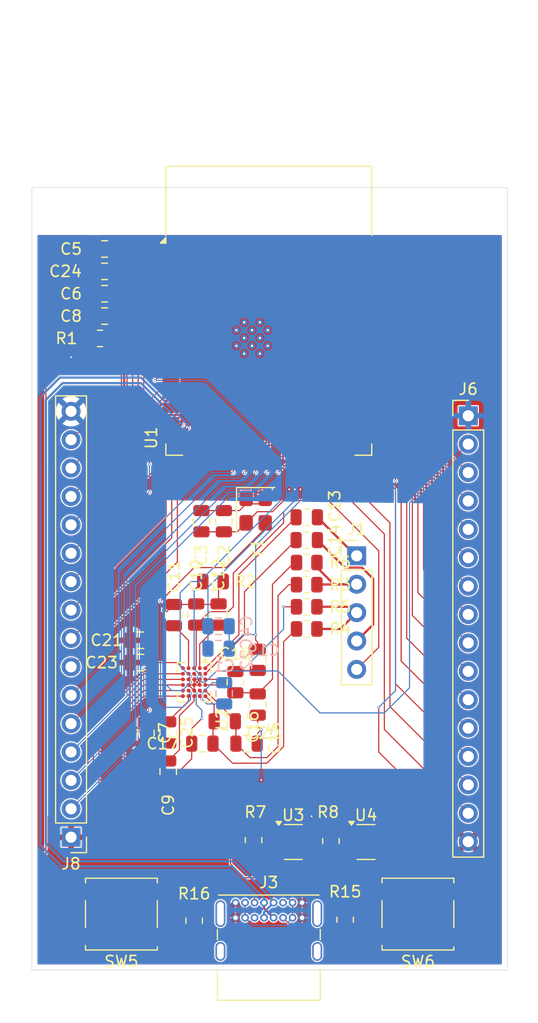
<source format=kicad_pcb>
(kicad_pcb (version 20241229) (generator "pcbnew") (generator_version "9.0")
  (layers (0 "F.Cu" signal) (2 "B.Cu" signal) (13 "F.Paste" user) (15 "B.Paste" user) (5 "F.SilkS" user "F.Silkscreen") (7 "B.SilkS" user "B.Silkscreen") (1 "F.Mask" user) (3 "B.Mask" user) (25 "Edge.Cuts" user))
  (net 0 "")
  (net 1 "Net-(U2-CAPN)")
  (net 2 "Net-(U2-CAPP)")
  (net 3 "+3V3")
  (net 4 "GND")
  (net 5 "RESET")
  (net 6 "Net-(U2-CPLL)")
  (net 7 "BIAS")
  (net 8 "Net-(U2-VREF)")
  (net 9 "Net-(U2-VBG)")
  (net 10 "DVRP")
  (net 11 "Net-(U2-DRVP)")
  (net 12 "DVRN")
  (net 13 "Net-(U2-DRVN)")
  (net 14 "Net-(U2-ECGP)")
  (net 15 "Net-(U2-ECGN)")
  (net 16 "Net-(U2-BIN)")
  (net 17 "Net-(U2-BIP)")
  (net 18 "ECGN")
  (net 19 "ECGP")
  (net 22 "VBUS")
  (net 23 "Net-(J3-CC2)")
  (net 28 "D-")
  (net 29 "D+")
  (net 30 "Net-(J3-CC1)")
  (net 31 "BOOT")
  (net 32 "SCLK")
  (net 33 "MOSI")
  (net 34 "MISO")
  (net 35 "45")
  (net 36 "41")
  (net 37 "47")
  (net 38 "42")
  (net 39 "AOUT")
  (net 40 "37")
  (net 41 "48")
  (net 42 "46")
  (net 43 "39")
  (net 44 "38")
  (net 45 "40")
  (net 46 "09")
  (net 47 "11")
  (net 48 "02")
  (net 49 "35")
  (net 50 "03")
  (net 51 "36")
  (net 52 "06")
  (net 53 "14")
  (net 54 "08")
  (net 55 "01")
  (net 56 "15")
  (net 57 "04")
  (net 58 "10")
  (net 59 "07")
  (net 60 "Net-(U2-RBIAS)")
  (net 61 "Net-(U3-EN)")
  (net 62 "Net-(U4-EN)")
  (net 63 "CSB")
  (net 66 "INT2B")
  (net 68 "INTB")
  (net 69 "Net-(U2-FCLK)")
  (net 72 "+1V8")
  (footprint "Resistor_SMD:R_0805_2012Metric" (layer "F.Cu") (at 117.064 69.488)
    (property "Reference" "R4")
    (property "Value" "200k")
  )
  (footprint "Button_Switch_SMD:SW_Push_1P1T_NO_CK_KSC6xxJ" (layer "F.Cu") (at 100.5 95)
    (property "Reference" "SW5")
    (property "Value" "SW_Push")
  )
  (footprint "Capacitor_SMD:C_0805_2012Metric" (layer "F.Cu") (at 104.685 78.75 -90)
    (property "Reference" "C25")
    (property "Value" "10uF")
  )
  (footprint "Connector_PinHeader_2.54mm:PinHeader_1x16_P2.54mm_Vertical" (layer "F.Cu") (at 96 88.12 180)
    (property "Reference" "J8")
    (property "Value" "Conn_01x16_Pin")
  )
  (footprint "Crystal:Crystal_SMD_3225-4Pin_3.2x2.5mm" (layer "F.Cu") (at 112.5 58.9 -90)
    (property "Reference" "Y1")
    (property "Value" "OK322532.768KJBA4SL")
  )
  (footprint "Capacitor_SMD:C_0805_2012Metric" (layer "F.Cu") (at 110.685 74.25 -90)
    (property "Reference" "C18")
    (property "Value" "47pF")
  )
  (footprint "footprints:BGA30N50P5X6_274X292X69N" (layer "F.Cu") (at 107 74.25 -90)
    (property "Reference" "U2")
    (property "Value" "MAX30001CWV_T")
  )
  (footprint "RF_Module:ESP32-S3-WROOM-1" (layer "F.Cu") (at 113.675 41)
    (property "Reference" "U1")
    (property "Value" "ESP32-S3-WROOM-1")
  )
  (footprint "Capacitor_SMD:C_0805_2012Metric" (layer "F.Cu") (at 99 37.5 180)
    (property "Reference" "C24")
    (property "Value" "10uF")
  )
  (footprint "Package_TO_SOT_SMD:SOT-23-5" (layer "F.Cu") (at 115.8625 88.55)
    (property "Reference" "U3")
    (property "Value" "AP2112K-3.3")
  )
  (footprint "Capacitor_SMD:C_0805_2012Metric" (layer "F.Cu") (at 105.185 68.25 90)
    (property "Reference" "C11")
    (property "Value" "10uF")
  )
  (footprint "Capacitor_SMD:C_0805_2012Metric" (layer "F.Cu") (at 117.064 61.5396)
    (property "Reference" "C14")
    (property "Value" "47nF")
  )
  (footprint "Connector_PinHeader_2.54mm:PinHeader_1x16_P2.54mm_Vertical" (layer "F.Cu") (at 131.5 50.42)
    (property "Reference" "J6")
    (property "Value" "Conn_01x16_Pin")
  )
  (footprint "Capacitor_SMD:C_0805_2012Metric" (layer "F.Cu") (at 102.685 78.8 -90)
    (property "Reference" "C7")
    (property "Value" "0.1uF")
  )
  (footprint "Button_Switch_SMD:SW_Push_1P1T_NO_CK_KSC6xxJ" (layer "F.Cu") (at 127 95)
    (property "Reference" "SW6")
    (property "Value" "SW_Push")
  )
  (footprint "Capacitor_SMD:C_0805_2012Metric" (layer "F.Cu") (at 109.185 68.2 90)
    (property "Reference" "C12")
    (property "Value" "1uF")
  )
  (footprint "Resistor_SMD:R_0805_2012Metric" (layer "F.Cu") (at 107 95.5875 -90)
    (property "Reference" "R16")
    (property "Value" "5.1k")
  )
  (footprint "Capacitor_SMD:C_0805_2012Metric" (layer "F.Cu") (at 99 41.5 180)
    (property "Reference" "C8")
    (property "Value" "1uF")
  )
  (footprint "Resistor_SMD:R_0805_2012Metric" (layer "F.Cu") (at 108.685 65.25)
    (property "Reference" "R2")
    (property "Value" "324k")
  )
  (footprint "Resistor_SMD:R_0805_2012Metric" (layer "F.Cu") (at 117.064 67.5084)
    (property "Reference" "R5")
    (property "Value" "200")
  )
  (footprint "Capacitor_SMD:C_0805_2012Metric" (layer "F.Cu") (at 104.685 82.25 90)
    (property "Reference" "C9")
    (property "Value" "1nF")
  )
  (footprint "Capacitor_SMD:C_0805_2012Metric" (layer "F.Cu") (at 107.185 68.2 90)
    (property "Reference" "C10")
    (property "Value" "10uF")
  )
  (footprint "Resistor_SMD:R_0805_2012Metric" (layer "F.Cu") (at 119.225 88.4625 -90)
    (property "Reference" "R8")
    (property "Value" "100k")
  )
  (footprint "Package_TO_SOT_SMD:SOT-23-5" (layer "F.Cu") (at 122.3625 88.55)
    (property "Reference" "U4")
    (property "Value" "AP2112K-1.8")
  )
  (footprint "Capacitor_SMD:C_0805_2012Metric" (layer "F.Cu") (at 99 35.5 180)
    (property "Reference" "C5")
    (property "Value" "10uF")
  )
  (footprint "Resistor_SMD:R_0805_2012Metric" (layer "F.Cu") (at 120.5 95.5 90)
    (property "Reference" "R15")
    (property "Value" "5.1k")
  )
  (footprint "Capacitor_SMD:C_0805_2012Metric" (layer "F.Cu") (at 112.685 76.25 90)
    (property "Reference" "C20")
    (property "Value" "10pF")
  )
  (footprint "Capacitor_SMD:C_0805_2012Metric" (layer "F.Cu") (at 99 39.5 180)
    (property "Reference" "C6")
    (property "Value" "0.1uF")
  )
  (footprint "Capacitor_SMD:C_0805_2012Metric" (layer "F.Cu") (at 107.65 59.85 -90)
    (property "Reference" "C3")
    (property "Value" "0.1uF")
  )
  (footprint "Capacitor_SMD:C_0805_2012Metric" (layer "F.Cu") (at 102.235 70.5 180)
    (property "Reference" "C21")
    (property "Value" "10uF")
  )
  (footprint "Capacitor_SMD:C_0805_2012Metric" (layer "F.Cu") (at 107.735 79.75 180)
    (property "Reference" "C17")
    (property "Value" "10pF")
  )
  (footprint "Capacitor_SMD:C_0805_2012Metric" (layer "F.Cu") (at 109.735 77.75 180)
    (property "Reference" "C16")
    (property "Value" "2nF")
  )
  (footprint "Resistor_SMD:R_0805_2012Metric" (layer "F.Cu") (at 112.3125 88.375 -90)
    (property "Reference" "R7")
    (property "Value" "100k")
  )
  (footprint "Resistor_SMD:R_0805_2012Metric" (layer "F.Cu") (at 117.064 63.5492 180)
    (property "Reference" "R6")
    (property "Value" "200")
  )
  (footprint "Capacitor_SMD:C_0805_2012Metric" (layer "F.Cu") (at 109.66 59.85 -90)
    (property "Reference" "C2")
    (property "Value" "10uF")
  )
  (footprint "Resistor_SMD:R_0805_2012Metric" (layer "F.Cu") (at 117.064 65.5288)
    (property "Reference" "R3")
    (property "Value" "200k")
  )
  (footprint "Capacitor_SMD:C_0805_2012Metric" (layer "F.Cu") (at 112.685 72.25 90)
    (property "Reference" "C19")
    (property "Value" "10pF")
  )
  (footprint "Capacitor_SMD:C_0805_2012Metric" (layer "F.Cu") (at 102.235 72.5 180)
    (property "Reference" "C23")
    (property "Value" "0.1uF")
  )
  (footprint "Capacitor_SMD:C_0805_2012Metric" (layer "F.Cu") (at 111.685 79.75)
    (property "Reference" "C15")
    (property "Value" "10pF")
  )
  (footprint "Resistor_SMD:R_0805_2012Metric" (layer "F.Cu") (at 98.5875 43.5)
    (property "Reference" "R1")
    (property "Value" "5.1k")
  )
  (footprint "Connector_USB:USB_C_Receptacle_GCT_USB4085" (layer "F.Cu") (at 110.7 93.975)
    (property "Reference" "J3")
    (property "Value" "USB_C_Receptacle_USB2.0_16P")
  )
  (footprint "Capacitor_SMD:C_0805_2012Metric" (layer "F.Cu") (at 117.064 59.5)
    (property "Reference" "C13")
    (property "Value" "47nF")
  )
  (footprint "Connector_PinHeader_2.54mm:PinHeader_1x05_P2.54mm_Vertical" (layer "F.Cu") (at 121.528 62.948)
    (property "Reference" "J1")
    (property "Value" "Conn_01x05_Pin")
  )
  (footprint "Capacitor_SMD:C_0805_2012Metric" (layer "B.Cu") (at 109.185 71.25)
    (property "Reference" "C22")
    (property "Value" "0.1uF")
  )
  (footprint "Capacitor_SMD:C_0805_2012Metric" (layer "B.Cu") (at 109.685 75.25 -90)
    (property "Reference" "C1")
    (property "Value" "1uF")
  )
  (footprint "Capacitor_SMD:C_0805_2012Metric" (layer "B.Cu") (at 109.185 69.25)
    (property "Reference" "C4")
    (property "Value" "10uF")
  )
  (gr_rect (start 92.5 30) (end 135 100) (stroke (width 0.05)) (fill no) (layer "Edge.Cuts"))
  (segment (start 107.685 75.185) (end 107.5 75) (width 0.1) (layer "F.Cu") (net 1))
  (segment (start 107.685 75.25) (end 107.685 75.185) (width 0.1) (layer "F.Cu") (net 1))
  (via (at 107.685 75.25) (size 0.25) (drill 0.15) (layers "F.Cu" "B.Cu") (net 1))
  (segment (start 107.685 75.25) (end 108.635 74.3) (width 0.1) (layer "B.Cu") (net 1))
  (segment (start 108.635 74.3) (end 109.685 74.3) (width 0.1) (layer "B.Cu") (net 1))
  (segment (start 107.685 75.685) (end 107.5 75.5) (width 0.1) (layer "F.Cu") (net 2))
  (segment (start 107.685 75.75) (end 107.685 75.685) (width 0.1) (layer "F.Cu") (net 2))
  (via (at 107.685 75.75) (size 0.25) (drill 0.15) (layers "F.Cu" "B.Cu") (net 2))
  (segment (start 108.135 76.2) (end 109.685 76.2) (width 0.1) (layer "B.Cu") (net 2))
  (segment (start 107.685 75.75) (end 108.135 76.2) (width 0.1) (layer "B.Cu") (net 2))
  (segment (start 117 87.6) (end 117.5 87.1) (width 0.1) (layer "F.Cu") (net 3))
  (segment (start 121.225 87.6) (end 117 87.6) (width 0.1) (layer "F.Cu") (net 3))
  (segment (start 97.675 43.5) (end 96 45.175) (width 0.1) (layer "F.Cu") (net 3))
  (segment (start 110.75 58.9) (end 111.05 58.9) (width 0.1) (layer "F.Cu") (net 3))
  (segment (start 111.65 58.3) (end 113.35 58.3) (width 0.1) (layer "F.Cu") (net 3))
  (segment (start 100.44 37.01) (end 99.95 37.5) (width 0.1) (layer "F.Cu") (net 3))
  (segment (start 107.65 58.9) (end 110.75 58.9) (width 0.1) (layer "F.Cu") (net 3))
  (segment (start 99 40.45) (end 99.95 39.5) (width 0.1) (layer "F.Cu") (net 3))
  (segment (start 104.925 37.01) (end 100.44 37.01) (width 0.1) (layer "F.Cu") (net 3))
  (segment (start 99 42.5875) (end 99 40.45) (width 0.1) (layer "F.Cu") (net 3))
  (segment (start 113.35 58.3) (end 113.35 57.65) (width 0.1) (layer "F.Cu") (net 3))
  (segment (start 117.5 87.1) (end 117.5 86.25) (width 0.1) (layer "F.Cu") (net 3))
  (segment (start 111.05 58.9) (end 111.65 58.3) (width 0.1) (layer "F.Cu") (net 3))
  (segment (start 98.0875 43.5) (end 99 42.5875) (width 0.1) (layer "F.Cu") (net 3))
  (segment (start 99.95 35.5) (end 99.95 39.5) (width 0.1) (layer "F.Cu") (net 3))
  (segment (start 106.5 74) (end 106.5 74.065) (width 0.1) (layer "F.Cu") (net 3))
  (segment (start 113.35 57.65) (end 114 57) (width 0.1) (layer "F.Cu") (net 3))
  (segment (start 106.5 74.065) (end 106.685 74.25) (width 0.1) (layer "F.Cu") (net 3))
  (via (at 114 57) (size 0.25) (drill 0.15) (layers "F.Cu" "B.Cu") (net 3))
  (via (at 106.685 74.25) (size 0.25) (drill 0.15) (layers "F.Cu" "B.Cu") (net 3))
  (via (at 117.5 86.25) (size 0.25) (drill 0.15) (layers "F.Cu" "B.Cu") (net 3))
  (via (at 110.75 58.9) (size 0.25) (drill 0.15) (layers "F.Cu" "B.Cu") (net 3))
  (via (at 96 45.175) (size 0.25) (drill 0.15) (layers "F.Cu" "B.Cu") (net 3))
  (via (at 116 57) (size 0.25) (drill 0.15) (layers "F.Cu" "B.Cu") (net 3))
  (segment (start 108.235 69.25) (end 108.235 65.765) (width 0.1) (layer "B.Cu") (net 3))
  (segment (start 105.935 75) (end 105 75) (width 0.1) (layer "B.Cu") (net 3))
  (segment (start 108.235 71.25) (end 108.235 69.25) (width 0.1) (layer "B.Cu") (net 3))
  (segment (start 106.685 74.25) (end 105.935 75) (width 0.1) (layer "B.Cu") (net 3))
  (segment (start 108.235 65.765) (end 116 58) (width 0.1) (layer "B.Cu") (net 3))
  (segment (start 116 58) (end 116 57) (width 0.1) (layer "B.Cu") (net 3))
  (segment (start 105 75) (end 104.5 74.5) (width 0.1) (layer "B.Cu") (net 3))
  (segment (start 112.685 78.185) (end 113 78.5) (width 0.1) (layer "F.Cu") (net 4))
  (segment (start 110.85 60.8) (end 111.65 60) (width 0.1) (layer "F.Cu") (net 4))
  (segment (start 112.685 79.7) (end 112.635 79.75) (width 0.1) (layer "F.Cu") (net 4))
  (segment (start 106.785 79.75) (end 106.785 81.1) (width 0.1) (layer "F.Cu") (net 4))
  (segment (start 112.5 70) (end 112.5 70.5) (width 0.1) (layer "F.Cu") (net 4))
  (segment (start 107.185 75.25) (end 107.185 75.185) (width 0.1) (layer "F.Cu") (net 4))
  (segment (start 106.785 78.4) (end 106.785 79.75) (width 0.1) (layer "F.Cu") (net 4))
  (segment (start 112.635 78.865) (end 113 78.5) (width 0.1) (layer "F.Cu") (net 4))
  (segment (start 107 74.5) (end 107.5 74) (width 0.1) (layer "F.Cu") (net 4))
  (segment (start 107.185 75.185) (end 107 75) (width 0.1) (layer "F.Cu") (net 4))
  (segment (start 115.5 57.5) (end 115.5 57) (width 0.1) (layer "F.Cu") (net 4))
  (segment (start 109.185 65.6625) (end 109.5975 65.25) (width 0.1) (layer "F.Cu") (net 4))
  (segment (start 107 74.5) (end 107 74) (width 0.1) (layer "F.Cu") (net 4))
  (segment (start 107.685 77.5) (end 106.785 78.4) (width 0.1) (layer "F.Cu") (net 4))
  (segment (start 112.685 77.2) (end 112.685 78.185) (width 0.1) (layer "F.Cu") (net 4))
  (segment (start 107.5 74.5) (end 107.5 74) (width 0.1) (layer "F.Cu") (net 4))
  (segment (start 109.185 67.25) (end 109.185 65.6625) (width 0.1) (layer "F.Cu") (net 4))
  (segment (start 105.185 67.3) (end 109.135 67.3) (width 0.1) (layer "F.Cu") (net 4))
  (segment (start 114 59) (end 115.5 57.5) (width 0.1) (layer "F.Cu") (net 4))
  (segment (start 112.65 59) (end 114 59) (width 0.1) (layer "F.Cu") (net 4))
  (segment (start 112.685 70.685) (end 112.685 71.3) (width 0.1) (layer "F.Cu") (net 4))
  (segment (start 109.135 67.3) (end 109.185 67.25) (width 0.1) (layer "F.Cu") (net 4))
  (segment (start 107.65 60.8) (end 109.66 60.8) (width 0.1) (layer "F.Cu") (net 4))
  (segment (start 105.185 67.3) (end 101.985 70.5) (width 0.1) (layer "F.Cu") (net 4))
  (segment (start 109.66 60.8) (end 110.85 60.8) (width 0.1) (layer "F.Cu") (net 4))
  (segment (start 107 74.5) (end 107.5 74.5) (width 0.1) (layer "F.Cu") (net 4))
  (segment (start 112.5 70.5) (end 112.685 70.685) (width 0.1) (layer "F.Cu") (net 4))
  (segment (start 107 75) (end 106.5 74.5) (width 0.1) (layer "F.Cu") (net 4))
  (segment (start 107 74.5) (end 107 75) (width 0.1) (layer "F.Cu") (net 4))
  (segment (start 107 74) (end 107.5 74.5) (width 0.1) (layer "F.Cu") (net 4))
  (segment (start 111.65 60) (end 112.65 59) (width 0.1) (layer "F.Cu") (net 4))
  (segment (start 106.785 81.1) (end 104.685 83.2) (width 0.1) (layer "F.Cu") (net 4))
  (segment (start 101.985 70.5) (end 101.285 70.5) (width 0.1) (layer "F.Cu") (net 4))
  (segment (start 107 74.5) (end 106.5 74.5) (width 0.1) (layer "F.Cu") (net 4))
  (segment (start 112.635 79.75) (end 112.635 78.865) (width 0.1) (layer "F.Cu") (net 4))
  (segment (start 107.5 74) (end 107 74) (width 0.1) (layer "F.Cu") (net 4))
  (via (at 107.685 77.5) (size 0.25) (drill 0.15) (layers "F.Cu" "B.Cu") (net 4))
  (via (at 115.5 57) (size 0.25) (drill 0.15) (layers "F.Cu" "B.Cu") (net 4))
  (via (at 113 78.5) (size 0.25) (drill 0.15) (layers "F.Cu" "B.Cu") (net 4))
  (via (at 112.5 70) (size 0.25) (drill 0.15) (layers "F.Cu" "B.Cu") (net 4))
  (via (at 116.5 57) (size 0.25) (drill 0.15) (layers "F.Cu" "B.Cu") (net 4))
  (via (at 107.185 75.25) (size 0.25) (drill 0.15) (layers "F.Cu" "B.Cu") (net 4))
  (via (at 113 83) (size 0.25) (drill 0.15) (layers "F.Cu" "B.Cu") (net 4))
  (segment (start 116.5 58) (end 116.5 57) (width 0.1) (layer "B.Cu") (net 4))
  (segment (start 112.5 70) (end 112.5 62) (width 0.1) (layer "B.Cu") (net 4))
  (segment (start 113 78.5) (end 113 83) (width 0.1) (layer "B.Cu") (net 4))
  (segment (start 107.185 75.25) (end 107.185 76.25) (width 0.1) (layer "B.Cu") (net 4))
  (segment (start 110.135 69.25) (end 110.135 71.25) (width 0.1) (layer "B.Cu") (net 4))
  (segment (start 107.685 76.75) (end 107.685 77.5) (width 0.1) (layer "B.Cu") (net 4))
  (segment (start 111.385 70) (end 112.5 70) (width 0.1) (layer "B.Cu") (net 4))
  (segment (start 107.185 76.25) (end 107.685 76.75) (width 0.1) (layer "B.Cu") (net 4))
  (segment (start 115.5 59) (end 116.5 58) (width 0.1) (layer "B.Cu") (net 4))
  (segment (start 112.5 62) (end 115.5 59) (width 0.1) (layer "B.Cu") (net 4))
  (segment (start 110.135 71.25) (end 111.385 70) (width 0.1) (layer "B.Cu") (net 4))
  (segment (start 96.25 97) (end 93.75 94.5) (width 0.1) (layer "F.Cu") (net 5))
  (segment (start 99.9125 43.5) (end 99.9125 41.5375) (width 0.1) (layer "F.Cu") (net 5))
  (segment (start 99.9125 41.5375) (end 99.95 41.5) (width 0.1) (layer "F.Cu") (net 5))
  (segment (start 97.6 97) (end 96.25 97) (width 0.1) (layer "F.Cu") (net 5))
  (segment (start 93.75 94.5) (end 93.75 47) (width 0.1) (layer "F.Cu") (net 5))
  (segment (start 97.6 97) (end 103.4 97) (width 0.1) (layer "F.Cu") (net 5))
  (segment (start 93.75 47) (end 95 45.75) (width 0.1) (layer "F.Cu") (net 5))
  (segment (start 103.17 38.28) (end 104.925 38.28) (width 0.1) (layer "F.Cu") (net 5))
  (segment (start 97.25 45.75) (end 99.5 43.5) (width 0.1) (layer "F.Cu") (net 5))
  (segment (start 99.95 41.5) (end 103.17 38.28) (width 0.1) (layer "F.Cu") (net 5))
  (segment (start 95 45.75) (end 97.25 45.75) (width 0.1) (layer "F.Cu") (net 5))
  (segment (start 104.685 81.3) (end 105.685 80.3) (width 0.1) (layer "F.Cu") (net 6))
  (segment (start 105.685 77.25) (end 107 75.935) (width 0.1) (layer "F.Cu") (net 6))
  (segment (start 105.685 80.3) (end 105.685 77.25) (width 0.1) (layer "F.Cu") (net 6))
  (segment (start 107 75.935) (end 107 75.5) (width 0.1) (layer "F.Cu") (net 6))
  (segment (start 110.064 67.936) (end 110.5 67.5) (width 0.1) (layer "F.Cu") (net 7))
  (segment (start 123.5 62.5) (end 123.5 71.136) (width 0.1) (layer "F.Cu") (net 7))
  (segment (start 116 58) (end 119 58) (width 0.1) (layer "F.Cu") (net 7))
  (segment (start 108.399 67.936) (end 110.064 67.936) (width 0.1) (layer "F.Cu") (net 7))
  (segment (start 110.5 64.5) (end 115 60) (width 0.1) (layer "F.Cu") (net 7))
  (segment (start 119 58) (end 123.5 62.5) (width 0.1) (layer "F.Cu") (net 7))
  (segment (start 107.185 69.15) (end 108.399 67.936) (width 0.1) (layer "F.Cu") (net 7))
  (segment (start 107.185 69.15) (end 107.185 72.815) (width 0.1) (layer "F.Cu") (net 7))
  (segment (start 115 59) (end 116 58) (width 0.1) (layer "F.Cu") (net 7))
  (segment (start 123.5 71.136) (end 121.528 73.108) (width 0.1) (layer "F.Cu") (net 7))
  (segment (start 107.185 72.815) (end 107 73) (width 0.1) (layer "F.Cu") (net 7))
  (segment (start 115 60) (end 115 59) (width 0.1) (layer "F.Cu") (net 7))
  (segment (start 110.5 67.5) (end 110.5 64.5) (width 0.1) (layer "F.Cu") (net 7))
  (segment (start 105.185 69.2) (end 106.5 70.515) (width 0.1) (layer "F.Cu") (net 8))
  (segment (start 106.5 70.515) (end 106.5 73) (width 0.1) (layer "F.Cu") (net 8))
  (segment (start 109.185 69.15) (end 107.5 70.835) (width 0.1) (layer "F.Cu") (net 9))
  (segment (start 107.5 70.835) (end 107.5 73) (width 0.1) (layer "F.Cu") (net 9))
  (segment (start 118.014 59.5) (end 121.462 62.948) (width 0.2) (layer "F.Cu") (net 10))
  (segment (start 121.462 62.948) (end 121.528 62.948) (width 0.2) (layer "F.Cu") (net 10))
  (segment (start 111 70) (end 111 64.614) (width 0.1) (layer "F.Cu") (net 11))
  (segment (start 108 73) (end 111 70) (width 0.1) (layer "F.Cu") (net 11))
  (segment (start 111 64.614) (end 116.114 59.5) (width 0.1) (layer "F.Cu") (net 11))
  (segment (start 123 65) (end 123 69.096) (width 0.2) (layer "F.Cu") (net 12))
  (segment (start 122 64) (end 123 65) (width 0.2) (layer "F.Cu") (net 12))
  (segment (start 118.014 61.5396) (end 120.4744 64) (width 0.2) (layer "F.Cu") (net 12))
  (segment (start 120.4744 64) (end 122 64) (width 0.2) (layer "F.Cu") (net 12))
  (segment (start 123 69.096) (end 121.528 70.568) (width 0.2) (layer "F.Cu") (net 12))
  (segment (start 108 73.5) (end 111.5 70) (width 0.1) (layer "F.Cu") (net 13))
  (segment (start 111.5 66.1536) (end 116.114 61.5396) (width 0.1) (layer "F.Cu") (net 13))
  (segment (start 111.5 70) (end 111.5 66.1536) (width 0.1) (layer "F.Cu") (net 13))
  (segment (start 110.685 77.685) (end 110.685 77.75) (width 0.1) (layer "F.Cu") (net 14))
  (segment (start 108 75) (end 110.685 77.685) (width 0.1) (layer "F.Cu") (net 14))
  (segment (start 114.5 80) (end 114.5 66.5) (width 0.1) (layer "F.Cu") (net 14))
  (segment (start 110.735 78.3) (end 110.735 79.75) (width 0.1) (layer "F.Cu") (net 14))
  (segment (start 110.685 78.25) (end 110.735 78.3) (width 0.1) (layer "F.Cu") (net 14))
  (segment (start 111.985 81) (end 113.5 81) (width 0.1) (layer "F.Cu") (net 14))
  (segment (start 110.735 79.75) (end 111.985 81) (width 0.1) (layer "F.Cu") (net 14))
  (segment (start 110.685 77.75) (end 110.685 78.25) (width 0.1) (layer "F.Cu") (net 14))
  (segment (start 114.5 66.5) (end 115.4712 65.5288) (width 0.1) (layer "F.Cu") (net 14))
  (segment (start 115.4712 65.5288) (end 116.1515 65.5288) (width 0.1) (layer "F.Cu") (net 14))
  (segment (start 113.5 81) (end 114.5 80) (width 0.1) (layer "F.Cu") (net 14))
  (segment (start 110.435 81.5) (end 113.5 81.5) (width 0.1) (layer "F.Cu") (net 15))
  (segment (start 115 70.6395) (end 116.1515 69.488) (width 0.1) (layer "F.Cu") (net 15))
  (segment (start 108.685 79.75) (end 108.685 77.85) (width 0.1) (layer "F.Cu") (net 15))
  (segment (start 113.5 81.5) (end 115 80) (width 0.1) (layer "F.Cu") (net 15))
  (segment (start 108.685 79.75) (end 110.435 81.5) (width 0.1) (layer "F.Cu") (net 15))
  (segment (start 108.685 77.85) (end 108.785 77.75) (width 0.1) (layer "F.Cu") (net 15))
  (segment (start 115 80) (end 115 70.6395) (width 0.1) (layer "F.Cu") (net 15))
  (segment (start 108.785 76.285) (end 108 75.5) (width 0.1) (layer "F.Cu") (net 15))
  (segment (start 108.785 77.75) (end 108.785 76.285) (width 0.1) (layer "F.Cu") (net 15))
  (segment (start 112.685 73.2) (end 112.685 73.185) (width 0.1) (layer "F.Cu") (net 16))
  (segment (start 108 74) (end 109.985 74) (width 0.1) (layer "F.Cu") (net 16))
  (segment (start 115 67.5) (end 115.0084 67.5084) (width 0.1) (layer "F.Cu") (net 16))
  (segment (start 109.985 74) (end 110.685 73.3) (width 0.1) (layer "F.Cu") (net 16))
  (segment (start 116.1515 67.5084) (end 115.0084 67.5084) (width 0.1) (layer "F.Cu") (net 16))
  (segment (start 112.685 73.2) (end 110.785 73.2) (width 0.1) (layer "F.Cu") (net 16))
  (segment (start 112.685 73.185) (end 112 72.5) (width 0.1) (layer "F.Cu") (net 16))
  (segment (start 110.785 73.2) (end 110.685 73.3) (width 0.1) (layer "F.Cu") (net 16))
  (via (at 115 67.5) (size 0.25) (drill 0.15) (layers "F.Cu" "B.Cu") (net 16))
  (via (at 112 72.5) (size 0.25) (drill 0.15) (layers "F.Cu" "B.Cu") (net 16))
  (segment (start 112 72.5) (end 115 69.5) (width 0.1) (layer "B.Cu") (net 16))
  (segment (start 115 69.5) (end 115 67.5) (width 0.1) (layer "B.Cu") (net 16))
  (segment (start 114 73.985) (end 114 65.5) (width 0.1) (layer "F.Cu") (net 17))
  (segment (start 108 74.5) (end 109.985 74.5) (width 0.1) (layer "F.Cu") (net 17))
  (segment (start 115.9508 63.5492) (end 116.1515 63.5492) (width 0.1) (layer "F.Cu") (net 17))
  (segment (start 112.585 75.2) (end 112.685 75.3) (width 0.1) (layer "F.Cu") (net 17))
  (segment (start 109.985 74.5) (end 110.685 75.2) (width 0.1) (layer "F.Cu") (net 17))
  (segment (start 110.685 75.2) (end 112.585 75.2) (width 0.1) (layer "F.Cu") (net 17))
  (segment (start 112.685 75.3) (end 114 73.985) (width 0.1) (layer "F.Cu") (net 17))
  (segment (start 114 65.5) (end 115.9508 63.5492) (width 0.1) (layer "F.Cu") (net 17))
  (segment (start 117.9405 69.488) (end 120.068 69.488) (width 0.2) (layer "F.Cu") (net 18))
  (segment (start 121 67.5) (end 121.528 68.028) (width 0.2) (layer "F.Cu") (net 18))
  (segment (start 117.9405 67.5) (end 121 67.5) (width 0.2) (layer "F.Cu") (net 18))
  (segment (start 120.068 69.488) (end 121.528 68.028) (width 0.2) (layer "F.Cu") (net 18))
  (segment (start 117.9765 63.9885) (end 119.476 65.488) (width 0.2) (layer "F.Cu") (net 19))
  (segment (start 119.476 65.488) (end 121.528 65.488) (width 0.2) (layer "F.Cu") (net 19))
  (segment (start 117.9405 65.512) (end 121.504 65.512) (width 0.2) (layer "F.Cu") (net 19))
  (segment (start 117.9765 63.5492) (end 117.9765 63.9885) (width 0.2) (layer "F.Cu") (net 19))
  (segment (start 121.504 65.512) (end 121.528 65.488) (width 0.2) (layer "F.Cu") (net 19))
  (segment (start 111.5 91.75) (end 110.25 90.5) (width 0.1) (layer "F.Cu") (net 22))
  (segment (start 111.55 95.325) (end 111.55 93.975) (width 0.1) (layer "F.Cu") (net 22))
  (segment (start 112.0375 87.4625) (end 112.3125 87.4625) (width 0.1) (layer "F.Cu") (net 22))
  (segment (start 112.45 87.6) (end 112.3125 87.4625) (width 0.1) (layer "F.Cu") (net 22))
  (segment (start 115.8 93.975) (end 113.575 91.75) (width 0.1) (layer "F.Cu") (net 22))
  (segment (start 114.725 87.6) (end 112.45 87.6) (width 0.1) (layer "F.Cu") (net 22))
  (segment (start 113.575 91.75) (end 111.5 91.75) (width 0.1) (layer "F.Cu") (net 22))
  (segment (start 110.25 90.5) (end 110.25 89.25) (width 0.1) (layer "F.Cu") (net 22))
  (segment (start 115.8 95.325) (end 115.8 93.975) (width 0.1) (layer "F.Cu") (net 22))
  (segment (start 110.25 89.25) (end 112.0375 87.4625) (width 0.1) (layer "F.Cu") (net 22))
  (segment (start 112.225 96) (end 115.125 96) (width 0.1) (layer "B.Cu") (net 22))
  (segment (start 111.55 95.325) (end 112.225 96) (width 0.1) (layer "B.Cu") (net 22))
  (segment (start 115.125 96) (end 115.8 95.325) (width 0.1) (layer "B.Cu") (net 22))
  (segment (start 114.95 95.325) (end 116.0375 96.4125) (width 0.1) (layer "F.Cu") (net 23))
  (segment (start 116.0375 96.4125) (end 120.5 96.4125) (width 0.1) (layer "F.Cu") (net 23))
  (segment (start 106 51.25) (end 105.195 51.25) (width 0.2) (layer "F.Cu") (net 28))
  (segment (start 105.195 51.25) (end 104.925 50.98) (width 0.2) (layer "F.Cu") (net 28))
  (segment (start 104.925 50.98) (end 105.225 50.98) (width 0.2) (layer "F.Cu") (net 28))
  (via (at 106 51.25) (size 0.25) (drill 0.15) (layers "F.Cu" "B.Cu") (net 28))
  (segment (start 95.25 47.5) (end 99.75 47.5) (width 0.2) (layer "B.Cu") (net 28))
  (segment (start 95.343198 90.275) (end 94.159099 89.090901) (width 0.2) (layer "B.Cu") (net 28))
  (segment (start 113.25 95.325) (end 113.25 94.825) (width 0.2) (layer "B.Cu") (net 28))
  (segment (start 113.25 94.825) (end 114.1 93.975) (width 0.2) (layer "B.Cu") (net 28))
  (segment (start 113.900001 93.581803) (end 110.593198 90.275) (width 0.2) (layer "B.Cu") (net 28))
  (segment (start 93.75 88.681802) (end 93.75 49) (width 0.2) (layer "B.Cu") (net 28))
  (segment (start 114.1 93.975) (end 113.900001 93.775001) (width 0.2) (layer "B.Cu") (net 28))
  (segment (start 102.25 47.5) (end 106 51.25) (width 0.2) (layer "B.Cu") (net 28))
  (segment (start 94.159099 89.090901) (end 93.75 88.681802) (width 0.2) (layer "B.Cu") (net 28))
  (segment (start 113.900001 93.775001) (end 113.900001 93.581803) (width 0.2) (layer "B.Cu") (net 28))
  (segment (start 99.75 47.5) (end 102.25 47.5) (width 0.2) (layer "B.Cu") (net 28))
  (segment (start 93.75 49) (end 95.25 47.5) (width 0.2) (layer "B.Cu") (net 28))
  (segment (start 110.593198 90.275) (end 95.343198 90.275) (width 0.2) (layer "B.Cu") (net 28))
  (segment (start 113.25 93.975) (end 113.25 94.475) (width 0.2) (layer "F.Cu") (net 29))
  (segment (start 104.925 52.25) (end 105.75 52.25) (width 0.2) (layer "F.Cu") (net 29))
  (segment (start 113.25 94.475) (end 114.1 95.325) (width 0.2) (layer "F.Cu") (net 29))
  (segment (start 105.75 52.25) (end 106.5 51.5) (width 0.2) (layer "F.Cu") (net 29))
  (via (at 106.5 51.5) (size 0.25) (drill 0.15) (layers "F.Cu" "B.Cu") (net 29))
  (segment (start 95 47) (end 102.25 47) (width 0.2) (layer "B.Cu") (net 29))
  (segment (start 93.840901 89.409099) (end 93.25 88.818198) (width 0.2) (layer "B.Cu") (net 29))
  (segment (start 113.25 93.975) (end 113.449999 93.775001) (width 0.2) (layer "B.Cu") (net 29))
  (segment (start 93.25 88.818198) (end 93.25 48.75) (width 0.2) (layer "B.Cu") (net 29))
  (segment (start 106.5 51.25) (end 106.5 51.5) (width 0.2) (layer "B.Cu") (net 29))
  (segment (start 113.449999 93.775001) (end 113.449999 93.768197) (width 0.2) (layer "B.Cu") (net 29))
  (segment (start 93.25 48.75) (end 95 47) (width 0.2) (layer "B.Cu") (net 29))
  (segment (start 102.25 47) (end 106.5 51.25) (width 0.2) (layer "B.Cu") (net 29))
  (segment (start 95.156802 90.725) (end 93.840901 89.409099) (width 0.2) (layer "B.Cu") (net 29))
  (segment (start 113.449999 93.768197) (end 110.406802 90.725) (width 0.2) (layer "B.Cu") (net 29))
  (segment (start 110.406802 90.725) (end 95.156802 90.725) (width 0.2) (layer "B.Cu") (net 29))
  (segment (start 112.4 93.975) (end 112.4 93.4) (width 0.1) (layer "F.Cu") (net 30))
  (segment (start 112.25 93.25) (end 108.425 93.25) (width 0.1) (layer "F.Cu") (net 30))
  (segment (start 112.4 93.4) (end 112.25 93.25) (width 0.1) (layer "F.Cu") (net 30))
  (segment (start 108.425 93.25) (end 107 94.675) (width 0.1) (layer "F.Cu") (net 30))
  (segment (start 122.425 52.25) (end 123.5 52.25) (width 0.1) (layer "F.Cu") (net 31))
  (segment (start 127 94.1) (end 129.9 97) (width 0.1) (layer "F.Cu") (net 31))
  (segment (start 123.5 76.5) (end 123.5 80.5) (width 0.1) (layer "F.Cu") (net 31))
  (segment (start 123.5 52.25) (end 125 53.75) (width 0.1) (layer "F.Cu") (net 31))
  (segment (start 129.9 97) (end 124.1 97) (width 0.1) (layer "F.Cu") (net 31))
  (segment (start 127 84) (end 127 94.1) (width 0.1) (layer "F.Cu") (net 31))
  (segment (start 123.5 80.5) (end 127 84) (width 0.1) (layer "F.Cu") (net 31))
  (segment (start 125 53.75) (end 125 56.25) (width 0.1) (layer "F.Cu") (net 31))
  (via (at 123.5 76.5) (size 0.25) (drill 0.15) (layers "F.Cu" "B.Cu") (net 31))
  (via (at 125 56.25) (size 0.25) (drill 0.15) (layers "F.Cu" "B.Cu") (net 31))
  (segment (start 125 75) (end 123.5 76.5) (width 0.1) (layer "B.Cu") (net 31))
  (segment (start 125 56.25) (end 125 75) (width 0.1) (layer "B.Cu") (net 31))
  (segment (start 103.5 49.565) (end 104.625 48.44) (width 0.1) (layer "F.Cu") (net 32))
  (segment (start 95.5 84.5) (end 94.5 83.5) (width 0.1) (layer "F.Cu") (net 32))
  (segment (start 102.5 75) (end 98 79.5) (width 0.1) (layer "F.Cu") (net 32))
  (segment (start 106 75) (end 102.5 75) (width 0.1) (layer "F.Cu") (net 32))
  (segment (start 104.625 48.44) (end 104.925 48.44) (width 0.1) (layer "F.Cu") (net 32))
  (segment (start 94.5 64.22) (end 96 62.72) (width 0.1) (layer "F.Cu") (net 32))
  (segment (start 98 83) (end 96.5 84.5) (width 0.1) (layer "F.Cu") (net 32))
  (segment (start 96.5 84.5) (end 95.5 84.5) (width 0.1) (layer "F.Cu") (net 32))
  (segment (start 98 79.5) (end 98 83) (width 0.1) (layer "F.Cu") (net 32))
  (segment (start 94.5 83.5) (end 94.5 64.22) (width 0.1) (layer "F.Cu") (net 32))
  (segment (start 96 62.72) (end 103.5 55.22) (width 0.1) (layer "F.Cu") (net 32))
  (segment (start 103.5 55.22) (end 103.5 49.565) (width 0.1) (layer "F.Cu") (net 32))
  (segment (start 114.31 54.69) (end 114.31 53.5) (width 0.1) (layer "F.Cu") (net 33))
  (segment (start 97.5 81.54) (end 97.5 79.5) (width 0.1) (layer "F.Cu") (net 33))
  (segment (start 102.5 74.5) (end 106 74.5) (width 0.1) (layer "F.Cu") (net 33))
  (segment (start 113.5 55.5) (end 114.31 54.69) (width 0.1) (layer "F.Cu") (net 33))
  (segment (start 97.5 79.5) (end 102.5 74.5) (width 0.1) (layer "F.Cu") (net 33))
  (segment (start 96 83.04) (end 97.5 81.54) (width 0.1) (layer "F.Cu") (net 33))
  (via (at 113.5 55.5) (size 0.25) (drill 0.15) (layers "F.Cu" "B.Cu") (net 33))
  (segment (start 101.5 65.5) (end 110 57) (width 0.1) (layer "B.Cu") (net 33))
  (segment (start 110 57) (end 112 57) (width 0.1) (layer "B.Cu") (net 33))
  (segment (start 112 57) (end 113.5 55.5) (width 0.1) (layer "B.Cu") (net 33))
  (segment (start 96 83.04) (end 101.5 77.54) (width 0.1) (layer "B.Cu") (net 33))
  (segment (start 101.5 77.54) (end 101.5 65.5) (width 0.1) (layer "B.Cu") (net 33))
  (segment (start 113.04 54.46) (end 113.04 53.5) (width 0.1) (layer "F.Cu") (net 34))
  (segment (start 102.5 74) (end 96 80.5) (width 0.1) (layer "F.Cu") (net 34))
  (segment (start 112.5 55.5) (end 112.5 55) (width 0.1) (layer "F.Cu") (net 34))
  (segment (start 106 74) (end 102.5 74) (width 0.1) (layer "F.Cu") (net 34))
  (segment (start 112.5 55) (end 113.04 54.46) (width 0.1) (layer "F.Cu") (net 34))
  (via (at 112.5 55.5) (size 0.25) (drill 0.15) (layers "F.Cu" "B.Cu") (net 34))
  (segment (start 101 75.5) (end 101 65) (width 0.1) (layer "B.Cu") (net 34))
  (segment (start 101 65) (end 109.5 56.5) (width 0.1) (layer "B.Cu") (net 34))
  (segment (start 111.5 56.5) (end 112.5 55.5) (width 0.1) (layer "B.Cu") (net 34))
  (segment (start 109.5 56.5) (end 111.5 56.5) (width 0.1) (layer "B.Cu") (net 34))
  (segment (start 96 80.5) (end 101 75.5) (width 0.1) (layer "B.Cu") (net 34))
  (segment (start 125 74.4) (end 125 57) (width 0.1) (layer "F.Cu") (net 35))
  (segment (start 131.5 80.9) (end 125 74.4) (width 0.1) (layer "F.Cu") (net 35))
  (segment (start 121.5 53.5) (end 120.66 53.5) (width 0.1) (layer "F.Cu") (net 35))
  (segment (start 125 57) (end 121.5 53.5) (width 0.1) (layer "F.Cu") (net 35))
  (segment (start 131.5 63.12) (end 128.5 60.12) (width 0.1) (layer "F.Cu") (net 36))
  (segment (start 128.5 46) (end 125.86 43.36) (width 0.1) (layer "F.Cu") (net 36))
  (segment (start 125.86 43.36) (end 122.425 43.36) (width 0.1) (layer "F.Cu") (net 36))
  (segment (start 128.5 60.12) (end 128.5 46) (width 0.1) (layer "F.Cu") (net 36))
  (segment (start 124 78.48) (end 124 61) (width 0.1) (layer "F.Cu") (net 37))
  (segment (start 124 61) (end 118.12 55.12) (width 0.1) (layer "F.Cu") (net 37))
  (segment (start 118.12 55.12) (end 118.12 53.5) (width 0.1) (layer "F.Cu") (net 37))
  (segment (start 131.5 85.98) (end 124 78.48) (width 0.1) (layer "F.Cu") (net 37))
  (segment (start 131.5 60.58) (end 129 58.08) (width 0.1) (layer "F.Cu") (net 38))
  (segment (start 125.59 42.09) (end 122.425 42.09) (width 0.1) (layer "F.Cu") (net 38))
  (segment (start 129 58.08) (end 129 45.5) (width 0.1) (layer "F.Cu") (net 38))
  (segment (start 129 45.5) (end 125.59 42.09) (width 0.1) (layer "F.Cu") (net 38))
  (segment (start 107.185 73.685) (end 107 73.5) (width 0.1) (layer "F.Cu") (net 39))
  (segment (start 107.185 73.75) (end 107.185 73.685) (width 0.1) (layer "F.Cu") (net 39))
  (via (at 107.185 73.75) (size 0.25) (drill 0.15) (layers "F.Cu" "B.Cu") (net 39))
  (segment (start 126.25 58.21) (end 131.5 52.96) (width 0.1) (layer "B.Cu") (net 39))
  (segment (start 107.685 74.25) (end 108 74.25) (width 0.1) (layer "B.Cu") (net 39))
  (segment (start 126.25 74.75) (end 126.25 58.21) (width 0.1) (layer "B.Cu") (net 39))
  (segment (start 108 74.25) (end 109 73.25) (width 0.1) (layer "B.Cu") (net 39))
  (segment (start 114.5 73.25) (end 118.25 77) (width 0.1) (layer "B.Cu") (net 39))
  (segment (start 107.185 73.75) (end 107.685 74.25) (width 0.1) (layer "B.Cu") (net 39))
  (segment (start 118.25 77) (end 124 77) (width 0.1) (layer "B.Cu") (net 39))
  (segment (start 124 77) (end 126.25 74.75) (width 0.1) (layer "B.Cu") (net 39))
  (segment (start 109 73.25) (end 114.5 73.25) (width 0.1) (layer "B.Cu") (net 39))
  (segment (start 124.44 48.44) (end 122.425 48.44) (width 0.1) (layer "F.Cu") (net 40))
  (segment (start 126.5 68.28) (end 126.5 50.5) (width 0.1) (layer "F.Cu") (net 40))
  (segment (start 126.5 50.5) (end 124.44 48.44) (width 0.1) (layer "F.Cu") (net 40))
  (segment (start 131.5 73.28) (end 126.5 68.28) (width 0.1) (layer "F.Cu") (net 40))
  (segment (start 124.5 60) (end 119.39 54.89) (width 0.1) (layer "F.Cu") (net 41))
  (segment (start 131.5 83.44) (end 124.5 76.44) (width 0.1) (layer "F.Cu") (net 41))
  (segment (start 124.5 76.44) (end 124.5 60) (width 0.1) (layer "F.Cu") (net 41))
  (segment (start 119.39 54.89) (end 119.39 53.5) (width 0.1) (layer "F.Cu") (net 41))
  (segment (start 107.96 53.54) (end 107.96 53.5) (width 0.1) (layer "F.Cu") (net 42))
  (segment (start 96 70.34) (end 105 61.34) (width 0.1) (layer "F.Cu") (net 42))
  (segment (start 105 56.5) (end 107.96 53.54) (width 0.1) (layer "F.Cu") (net 42))
  (segment (start 105 61.34) (end 105 56.5) (width 0.1) (layer "F.Cu") (net 42))
  (segment (start 127.5 64.2) (end 127.5 47) (width 0.1) (layer "F.Cu") (net 43))
  (segment (start 126.4 45.9) (end 122.425 45.9) (width 0.1) (layer "F.Cu") (net 43))
  (segment (start 131.5 68.2) (end 127.5 64.2) (width 0.1) (layer "F.Cu") (net 43))
  (segment (start 127.5 47) (end 126.4 45.9) (width 0.1) (layer "F.Cu") (net 43))
  (segment (start 131.5 70.74) (end 127 66.24) (width 0.1) (layer "F.Cu") (net 44))
  (segment (start 127 66.24) (end 127 47.5) (width 0.1) (layer "F.Cu") (net 44))
  (segment (start 126.67 47.17) (end 122.425 47.17) (width 0.1) (layer "F.Cu") (net 44))
  (segment (start 127 47.5) (end 126.67 47.17) (width 0.1) (layer "F.Cu") (net 44))
  (segment (start 128 62.16) (end 128 46.5) (width 0.1) (layer "F.Cu") (net 45))
  (segment (start 131.5 65.66) (end 128 62.16) (width 0.1) (layer "F.Cu") (net 45))
  (segment (start 128 46.5) (end 126.13 44.63) (width 0.1) (layer "F.Cu") (net 45))
  (segment (start 126.13 44.63) (end 122.425 44.63) (width 0.1) (layer "F.Cu") (net 45))
  (segment (start 96.12 72.88) (end 105.5 63.5) (width 0.1) (layer "F.Cu") (net 46))
  (segment (start 105.5 63.5) (end 105.5 57.5) (width 0.1) (layer "F.Cu") (net 46))
  (segment (start 109.23 53.77) (end 109.23 53.5) (width 0.1) (layer "F.Cu") (net 46))
  (segment (start 96 72.88) (end 96.12 72.88) (width 0.1) (layer "F.Cu") (net 46))
  (segment (start 105.5 57.5) (end 109.23 53.77) (width 0.1) (layer "F.Cu") (net 46))
  (segment (start 111.77 55.23) (end 111.77 53.5) (width 0.1) (layer "F.Cu") (net 47))
  (segment (start 111.5 55.5) (end 111.77 55.23) (width 0.1) (layer "F.Cu") (net 47))
  (via (at 111.5 55.5) (size 0.25) (drill 0.15) (layers "F.Cu" "B.Cu") (net 47))
  (segment (start 100.5 64.5) (end 109 56) (width 0.1) (layer "B.Cu") (net 47))
  (segment (start 111 56) (end 111.5 55.5) (width 0.1) (layer "B.Cu") (net 47))
  (segment (start 100.5 73.46) (end 100.5 64.5) (width 0.1) (layer "B.Cu") (net 47))
  (segment (start 96 77.96) (end 100.5 73.46) (width 0.1) (layer "B.Cu") (net 47))
  (segment (start 109 56) (end 111 56) (width 0.1) (layer "B.Cu") (net 47))
  (segment (start 129.5 56.04) (end 129.5 45) (width 0.1) (layer "F.Cu") (net 48))
  (segment (start 131.5 58.04) (end 129.5 56.04) (width 0.1) (layer "F.Cu") (net 48))
  (segment (start 129.5 45) (end 122.78 38.28) (width 0.1) (layer "F.Cu") (net 48))
  (segment (start 122.78 38.28) (end 122.425 38.28) (width 0.1) (layer "F.Cu") (net 48))
  (segment (start 125.5 53.5) (end 122.98 50.98) (width 0.1) (layer "F.Cu") (net 49))
  (segment (start 125.5 72.36) (end 125.5 53.5) (width 0.1) (layer "F.Cu") (net 49))
  (segment (start 131.5 78.36) (end 125.5 72.36) (width 0.1) (layer "F.Cu") (net 49))
  (segment (start 122.98 50.98) (end 122.425 50.98) (width 0.1) (layer "F.Cu") (net 49))
  (segment (start 96 67.8) (end 104.5 59.3) (width 0.1) (layer "F.Cu") (net 50))
  (segment (start 105.5 53.5) (end 106.69 53.5) (width 0.1) (layer "F.Cu") (net 50))
  (segment (start 104.5 54.5) (end 105.5 53.5) (width 0.1) (layer "F.Cu") (net 50))
  (segment (start 104.5 59.3) (end 104.5 54.5) (width 0.1) (layer "F.Cu") (net 50))
  (segment (start 124.71 49.71) (end 122.425 49.71) (width 0.1) (layer "F.Cu") (net 51))
  (segment (start 126 70.32) (end 126 51) (width 0.1) (layer "F.Cu") (net 51))
  (segment (start 131.5 75.82) (end 126 70.32) (width 0.1) (layer "F.Cu") (net 51))
  (segment (start 126 51) (end 124.71 49.71) (width 0.1) (layer "F.Cu") (net 51))
  (segment (start 101.5 49.6) (end 101.5 45.215) (width 0.1) (layer "F.Cu") (net 52))
  (segment (start 104.625 42.09) (end 104.925 42.09) (width 0.1) (layer "F.Cu") (net 52))
  (segment (start 101.5 45.215) (end 104.625 42.09) (width 0.1) (layer "F.Cu") (net 52))
  (segment (start 96 55.1) (end 101.5 49.6) (width 0.1) (layer "F.Cu") (net 52))
  (segment (start 115.58 54.42) (end 115.58 53.5) (width 0.1) (layer "F.Cu") (net 53))
  (segment (start 114.5 55.5) (end 115.58 54.42) (width 0.1) (layer "F.Cu") (net 53))
  (via (at 114.5 55.5) (size 0.25) (drill 0.15) (layers "F.Cu" "B.Cu") (net 53))
  (segment (start 102 65.736956) (end 110.236956 57.5) (width 0.1) (layer "B.Cu") (net 53))
  (segment (start 112.5 57.5) (end 114.5 55.5) (width 0.1) (layer "B.Cu") (net 53))
  (segment (start 110.236956 57.5) (end 112.5 57.5) (width 0.1) (layer "B.Cu") (net 53))
  (segment (start 102 79.58) (end 102 65.736956) (width 0.1) (layer "B.Cu") (net 53))
  (segment (start 96 85.58) (end 102 79.58) (width 0.1) (layer "B.Cu") (net 53))
  (segment (start 104 50.335) (end 104.625 49.71) (width 0.1) (layer "F.Cu") (net 54))
  (segment (start 104.625 49.71) (end 104.925 49.71) (width 0.1) (layer "F.Cu") (net 54))
  (segment (start 96 65.26) (end 104 57.26) (width 0.1) (layer "F.Cu") (net 54))
  (segment (start 104 57.26) (end 104 50.335) (width 0.1) (layer "F.Cu") (net 54))
  (segment (start 131.5 55.5) (end 130 54) (width 0.1) (layer "F.Cu") (net 55))
  (segment (start 122.477 37.01) (end 122.425 37.01) (width 0.1) (layer "F.Cu") (net 55))
  (segment (start 130 54) (end 130 44.533) (width 0.1) (layer "F.Cu") (net 55))
  (segment (start 130 44.533) (end 122.477 37.01) (width 0.1) (layer "F.Cu") (net 55))
  (segment (start 102.5 46.755) (end 104.625 44.63) (width 0.1) (layer "F.Cu") (net 56))
  (segment (start 104.625 44.63) (end 104.925 44.63) (width 0.1) (layer "F.Cu") (net 56))
  (segment (start 102.5 53.68) (end 102.5 46.755) (width 0.1) (layer "F.Cu") (net 56))
  (segment (start 96 60.18) (end 102.5 53.68) (width 0.1) (layer "F.Cu") (net 56))
  (segment (start 103.45 39.55) (end 104.925 39.55) (width 0.1) (layer "F.Cu") (net 57))
  (segment (start 100.5 48.06) (end 100.5 42.5) (width 0.1) (layer "F.Cu") (net 57))
  (segment (start 100.5 42.5) (end 103.45 39.55) (width 0.1) (layer "F.Cu") (net 57))
  (segment (start 96 52.56) (end 100.5 48.06) (width 0.1) (layer "F.Cu") (net 57))
  (segment (start 110.5 55.5) (end 110.5 53.5) (width 0.1) (layer "F.Cu") (net 58))
  (via (at 110.5 55.5) (size 0.25) (drill 0.15) (layers "F.Cu" "B.Cu") (net 58))
  (segment (start 108.5 55.5) (end 110.5 55.5) (width 0.1) (layer "B.Cu") (net 58))
  (segment (start 100 64) (end 108.5 55.5) (width 0.1) (layer "B.Cu") (net 58))
  (segment (start 96 75.42) (end 100 71.42) (width 0.1) (layer "B.Cu") (net 58))
  (segment (start 100 71.42) (end 100 64) (width 0.1) (layer "B.Cu") (net 58))
  (segment (start 102 45.985) (end 104.625 43.36) (width 0.1) (layer "F.Cu") (net 59))
  (segment (start 102 51.64) (end 102 45.985) (width 0.1) (layer "F.Cu") (net 59))
  (segment (start 96 57.64) (end 102 51.64) (width 0.1) (layer "F.Cu") (net 59))
  (segment (start 104.625 43.36) (end 104.925 43.36) (width 0.1) (layer "F.Cu") (net 59))
  (segment (start 107.685 73.685) (end 107.5 73.5) (width 0.1) (layer "F.Cu") (net 60))
  (segment (start 107.685 73.75) (end 107.685 73.685) (width 0.1) (layer "F.Cu") (net 60))
  (segment (start 107.0225 66) (end 107.7725 65.25) (width 0.1) (layer "F.Cu") (net 60))
  (segment (start 107 66) (end 107.0225 66) (width 0.1) (layer "F.Cu") (net 60))
  (via (at 107.685 73.75) (size 0.25) (drill 0.15) (layers "F.Cu" "B.Cu") (net 60))
  (via (at 107 66) (size 0.25) (drill 0.15) (layers "F.Cu" "B.Cu") (net 60))
  (segment (start 107.685 73.75) (end 107 73.065) (width 0.1) (layer "B.Cu") (net 60))
  (segment (start 107 73.065) (end 107 66) (width 0.1) (layer "B.Cu") (net 60))
  (segment (start 114.5125 89.2875) (end 114.725 89.5) (width 0.1) (layer "F.Cu") (net 61))
  (segment (start 112.3125 89.2875) (end 114.5125 89.2875) (width 0.1) (layer "F.Cu") (net 61))
  (segment (start 121.1 89.375) (end 121.225 89.5) (width 0.1) (layer "F.Cu") (net 62))
  (segment (start 119.225 89.375) (end 121.1 89.375) (width 0.1) (layer "F.Cu") (net 62))
  (segment (start 102.5 75.5) (end 98.5 79.5) (width 0.1) (layer "F.Cu") (net 63))
  (segment (start 101 49) (end 101 44.445) (width 0.1) (layer "F.Cu") (net 63))
  (segment (start 94 55) (end 95 54) (width 0.1) (layer "F.Cu") (net 63))
  (segment (start 95 87) (end 94 86) (width 0.1) (layer "F.Cu") (net 63))
  (segment (start 106 75.5) (end 102.5 75.5) (width 0.1) (layer "F.Cu") (net 63))
  (segment (start 104.625 40.82) (end 104.925 40.82) (width 0.1) (layer "F.Cu") (net 63))
  (segment (start 96.5 54) (end 96.5 53.5) (width 0.1) (layer "F.Cu") (net 63))
  (segment (start 98.5 79.5) (end 98.5 85.5) (width 0.1) (layer "F.Cu") (net 63))
  (segment (start 98.5 85.5) (end 97 87) (width 0.1) (layer "F.Cu") (net 63))
  (segment (start 101 44.445) (end 104.625 40.82) (width 0.1) (layer "F.Cu") (net 63))
  (segment (start 97 87) (end 95 87) (width 0.1) (layer "F.Cu") (net 63))
  (segment (start 95 54) (end 96.5 54) (width 0.1) (layer "F.Cu") (net 63))
  (segment (start 94 86) (end 94 55) (width 0.1) (layer "F.Cu") (net 63))
  (segment (start 96.5 53.5) (end 101 49) (width 0.1) (layer "F.Cu") (net 63))
  (segment (start 102.5 73.5) (end 99.75 76.25) (width 0.1) (layer "F.Cu") (net 66))
  (segment (start 95.25 64) (end 96.25 64) (width 0.1) (layer "F.Cu") (net 66))
  (segment (start 95.5 79.25) (end 94.75 78.5) (width 0.1) (layer "F.Cu") (net 66))
  (segment (start 94.75 78.5) (end 94.75 78.25) (width 0.1) (layer "F.Cu") (net 66))
  (segment (start 99.75 76.25) (end 96.75 79.25) (width 0.1) (layer "F.Cu") (net 66))
  (segment (start 104.873 47.17) (end 104.925 47.17) (width 0.1) (layer "F.Cu") (net 66))
  (segment (start 103 54.75) (end 103 49.043) (width 0.1) (layer "F.Cu") (net 66))
  (segment (start 94.75 78.25) (end 94.75 64.5) (width 0.1) (layer "F.Cu") (net 66))
  (segment (start 94.75 64.5) (end 95.25 64) (width 0.1) (layer "F.Cu") (net 66))
  (segment (start 106 73.5) (end 102.5 73.5) (width 0.1) (layer "F.Cu") (net 66))
  (segment (start 96.75 79.25) (end 95.5 79.25) (width 0.1) (layer "F.Cu") (net 66))
  (segment (start 103 49.043) (end 104.873 47.17) (width 0.1) (layer "F.Cu") (net 66))
  (segment (start 96.25 64) (end 103 57.25) (width 0.1) (layer "F.Cu") (net 66))
  (via (at 103 57.25) (size 0.25) (drill 0.15) (layers "F.Cu" "B.Cu") (net 66))
  (via (at 103 54.75) (size 0.25) (drill 0.15) (layers "F.Cu" "B.Cu") (net 66))
  (segment (start 103 57.25) (end 103 54.75) (width 0.1) (layer "B.Cu") (net 66))
  (segment (start 104.925 45.9) (end 104.35 45.9) (width 0.1) (layer "F.Cu") (net 68))
  (segment (start 104.85 45.9) (end 103.5 47.25) (width 0.1) (layer "F.Cu") (net 68))
  (segment (start 106.5 73.565) (end 106.685 73.75) (width 0.1) (layer "F.Cu") (net 68))
  (segment (start 104.925 45.9) (end 104.85 45.9) (width 0.1) (layer "F.Cu") (net 68))
  (segment (start 106.5 73.5) (end 106.5 73.565) (width 0.1) (layer "F.Cu") (net 68))
  (via (at 106.685 73.75) (size 0.25) (drill 0.15) (layers "F.Cu" "B.Cu") (net 68))
  (via (at 103.5 47.25) (size 0.25) (drill 0.15) (layers "F.Cu" "B.Cu") (net 68))
  (segment (start 107.486956 65.25) (end 106.75 65.25) (width 0.1) (layer "B.Cu") (net 68))
  (segment (start 105.75 72.815) (end 106.685 73.75) (width 0.1) (layer "B.Cu") (net 68))
  (segment (start 106.75 65.25) (end 105.75 66.25) (width 0.1) (layer "B.Cu") (net 68))
  (segment (start 105.75 66.25) (end 105.75 72.815) (width 0.1) (layer "B.Cu") (net 68))
  (segment (start 115 54.25) (end 115 57.736956) (width 0.1) (layer "B.Cu") (net 68))
  (segment (start 103.5 47.25) (end 108 47.25) (width 0.1) (layer "B.Cu") (net 68))
  (segment (start 108 47.25) (end 115 54.25) (width 0.1) (layer "B.Cu") (net 68))
  (segment (start 115 57.736956) (end 107.486956 65.25) (width 0.1) (layer "B.Cu") (net 68))
  (segment (start 104 67) (end 104.5 66.5) (width 0.1) (layer "F.Cu") (net 69))
  (segment (start 106.5 75) (end 106.5 75.065) (width 0.1) (layer "F.Cu") (net 69))
  (segment (start 106.5 75.065) (end 106.685 75.25) (width 0.1) (layer "F.Cu") (net 69))
  (segment (start 109.85 64) (end 113.35 60.5) (width 0.1) (layer "F.Cu") (net 69))
  (segment (start 107 64) (end 109.85 64) (width 0.1) (layer "F.Cu") (net 69))
  (segment (start 104.5 66.5) (end 107 64) (width 0.1) (layer "F.Cu") (net 69))
  (via (at 104 67) (size 0.25) (drill 0.15) (layers "F.Cu" "B.Cu") (net 69))
  (via (at 106.685 75.25) (size 0.25) (drill 0.15) (layers "F.Cu" "B.Cu") (net 69))
  (segment (start 106 76.5) (end 104.5 76.5) (width 0.1) (layer "B.Cu") (net 69))
  (segment (start 106.685 75.815) (end 106 76.5) (width 0.1) (layer "B.Cu") (net 69))
  (segment (start 106.685 75.25) (end 106.685 75.815) (width 0.1) (layer "B.Cu") (net 69))
  (segment (start 104.5 76.5) (end 104 76) (width 0.1) (layer "B.Cu") (net 69))
  (segment (start 104 76) (end 104 67) (width 0.1) (layer "B.Cu") (net 69))
  (segment (start 100.75 79.785) (end 102.685 77.85) (width 0.1) (layer "F.Cu") (net 72))
  (segment (start 105.5 72.5) (end 103.185 72.5) (width 0.1) (layer "F.Cu") (net 72))
  (segment (start 106 73) (end 105.5 72.5) (width 0.1) (layer "F.Cu") (net 72))
  (segment (start 102.685 77.065) (end 103 76.75) (width 0.1) (layer "F.Cu") (net 72))
  (segment (start 102.685 73) (end 102.5 73) (width 0.1) (layer "F.Cu") (net 72))
  (segment (start 102.685 77.85) (end 102.685 77.065) (width 0.1) (layer "F.Cu") (net 72))
  (segment (start 104.685 77.75) (end 106.5 75.935) (width 0.1) (layer "F.Cu") (net 72))
  (segment (start 104.635 77.85) (end 104.685 77.8) (width 0.1) (layer "F.Cu") (net 72))
  (segment (start 103.185 70.5) (end 103.185 72.5) (width 0.1) (layer "F.Cu") (net 72))
  (segment (start 100.75 82.75) (end 100.75 79.785) (width 0.1) (layer "F.Cu") (net 72))
  (segment (start 104.685 77.8) (end 104.685 77.75) (width 0.1) (layer "F.Cu") (net 72))
  (segment (start 104 86) (end 100.75 82.75) (width 0.1) (layer "F.Cu") (net 72))
  (segment (start 123.5 87.6) (end 121.9 86) (width 0.1) (layer "F.Cu") (net 72))
  (segment (start 103.185 72.5) (end 102.685 73) (width 0.1) (layer "F.Cu") (net 72))
  (segment (start 102.685 77.85) (end 104.635 77.85) (width 0.1) (layer "F.Cu") (net 72))
  (segment (start 121.9 86) (end 104 86) (width 0.1) (layer "F.Cu") (net 72))
  (segment (start 106.5 75.935) (end 106.5 75.5) (width 0.1) (layer "F.Cu") (net 72))
  (via (at 102.5 73) (size 0.25) (drill 0.15) (layers "F.Cu" "B.Cu") (net 72))
  (via (at 103 76.75) (size 0.25) (drill 0.15) (layers "F.Cu" "B.Cu") (net 72))
  (segment (start 102.5 73) (end 102.5 76.25) (width 0.1) (layer "B.Cu") (net 72))
  (segment (start 102.5 76.25) (end 103 76.75) (width 0.1) (layer "B.Cu") (net 72))
  (zone (net 4) (net_name "GND") (layer "F.Cu") (connect_pads (clearance 0.1)) (min_thickness 0.1) (fill yes (thermal_gap 0.5) (thermal_bridge_width 0.5))
    (polygon (pts (xy 93 30.5) (xy 134.5 30.5) (xy 134.5 99.5) (xy 93 99.5)))
  )
  (zone (net 0) (net_name "") (layer "F.Cu") (connect_pads (clearance 0)) (min_thickness 0.25)
    (keepout (tracks allowed) (vias allowed) (pads allowed) (copperpour not_allowed) (footprints allowed))
    (fill (thermal_gap 0.5) (thermal_bridge_width 0.5))
    (polygon (pts (xy 104.5 58) (xy 127.5 58) (xy 127.5 82) (xy 104.5 82)))
  )
  (zone (net 0) (net_name "") (layer "B.Cu") (connect_pads (clearance 0)) (min_thickness 0.25)
    (keepout (tracks allowed) (vias allowed) (pads allowed) (copperpour not_allowed) (footprints allowed))
    (fill (thermal_gap 0.5) (thermal_bridge_width 0.5))
    (polygon (pts (xy 104.5 57.969805) (xy 104.5 82) (xy 127.5 82.011111) (xy 127.5 58.247583)))
  )
  (zone (net 3) (net_name "+3V3") (layer "B.Cu") (priority 1) (connect_pads (clearance 0.1)) (min_thickness 0.1) (fill yes (thermal_gap 0.5) (thermal_bridge_width 0.5))
    (polygon (pts (xy 93 30.5) (xy 93 99.5) (xy 134.5 99.5) (xy 134.5 30.5)))
  )
)
</source>
